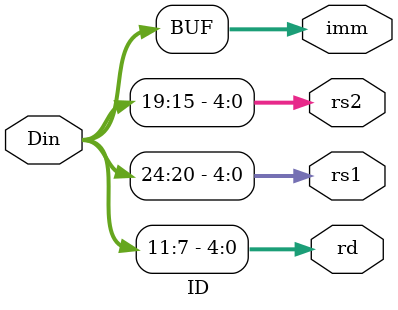
<source format=v>
module ID (Din, rd, rs1, rs2, imm);

 input  [31:0] Din;
 output [4:0] rd, rs1, rs2;
 output [31:0] imm;
 
 assign rd = Din[11:7];
 assign rs2 = Din[19:15];
 assign rs1 = Din[24:20];
 assign imm = Din;

endmodule 
</source>
